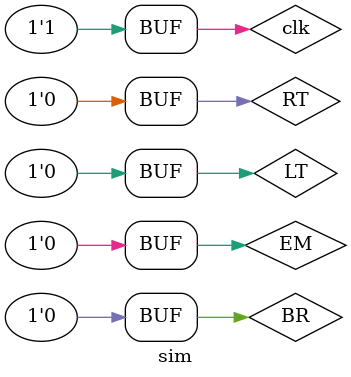
<source format=v>
`timescale 1ns / 1ps
module sim();
 reg clk,LT,RT,BR,EM;
//   wire light;
   parameter period1 = 20;
   parameter period2 = 2;
   LED_CarLight dut(
   .clk(clk),
   .LT(LT),
   .RT(RT),
   .BR(BR),
   .EM(EM)
//   .light(light)
   );
   always begin
       clk=1'b0;
       #(period1/2);
       clk=1'b1;
       #(period1/2);
      end
    always begin
    //×ó×ª 
    	LT=1'b1;
        RT=1'b0;
        BR=1'b0;
        EM=1'b0;
       #20;
        LT=1'b0;
        RT=1'b0;
        BR=1'b0;
        EM=1'b0;
       #(period2*100);
    //ÓÒ×ª 
        LT=1'b0;
        RT=1'b1;
        BR=1'b0;
        EM=1'b0;
       #20;
        LT=1'b0;
        RT=1'b0;
        BR=1'b0;
        EM=1'b0;
        #(period2*100);
    //É²³µ 
        LT=1'b0;
        RT=1'b0;
        BR=1'b1;
        EM=1'b0;
        #20;
        LT=1'b0;
        RT=1'b0;
        BR=1'b0;
        EM=1'b0;
        #(period2*100);
    //½ô¼±Çé¿ö 
        LT=1'b0;
        RT=1'b0;
        BR=1'b0;
        EM=1'b1;
        #20;
        LT=1'b0;
        RT=1'b0;
        BR=1'b0;
        EM=1'b0;
        #(period2*100);
    //Í¬Ê±Ñ¡ÖÐ×óÓÒ×ª 
        LT=1'b1;
        RT=1'b1;
        BR=1'b0;
        EM=1'b0;
        #20;
        LT=1'b0;
        RT=1'b0;
        BR=1'b0;
        EM=1'b0;
        #(period2*1000);
    //Í¬Ê±Ñ¡ÖÐ×ó×ª¡¢É²³µ 
        LT=1'b1;
        RT=1'b0;
        BR=1'b1;
        EM=1'b0;
        #20;
        LT=1'b0;
        RT=1'b0;
        BR=1'b0;
        EM=1'b0;
        #(period2*1000);
    //Í¬Ê±Ñ¡ÖÐÓÒ×ª¡¢É²³µ 
        LT=1'b0;
        RT=1'b1;
        BR=1'b1;
        EM=1'b0;
        #20;
        LT=1'b0;
        RT=1'b0;
        BR=1'b0;
        EM=1'b0;
        #(period2*1000);
    //Í¬Ê±Ñ¡ÖÐBR¡¢EM
        LT=1'b0;
        RT=1'b0;
        BR=1'b1;
        EM=1'b1;
        #20;
        LT=1'b0;
        RT=1'b0;
        BR=1'b0;
        EM=1'b0;
        #(period2*1000);
    //Í¬Ê±Ñ¡ÖÐ×ó×ª¡¢½ô¼± 
        LT=1'b1;
        RT=1'b0;
        BR=1'b0;
        EM=1'b1;
        #20;
        LT=1'b0;
        RT=1'b0;
        BR=1'b0;
        EM=1'b0;
        #(period2*1000);
    //Í¬Ê±Ñ¡ÖÐÓÒ×ª¡¢½ô¼± 
        LT=1'b0;
        RT=1'b1;
        BR=1'b0;
        EM=1'b1;
        #20;
        LT=1'b0;
        RT=1'b0;
        BR=1'b0;
        EM=1'b0;
        #(period2*1000);
        end
endmodule

</source>
